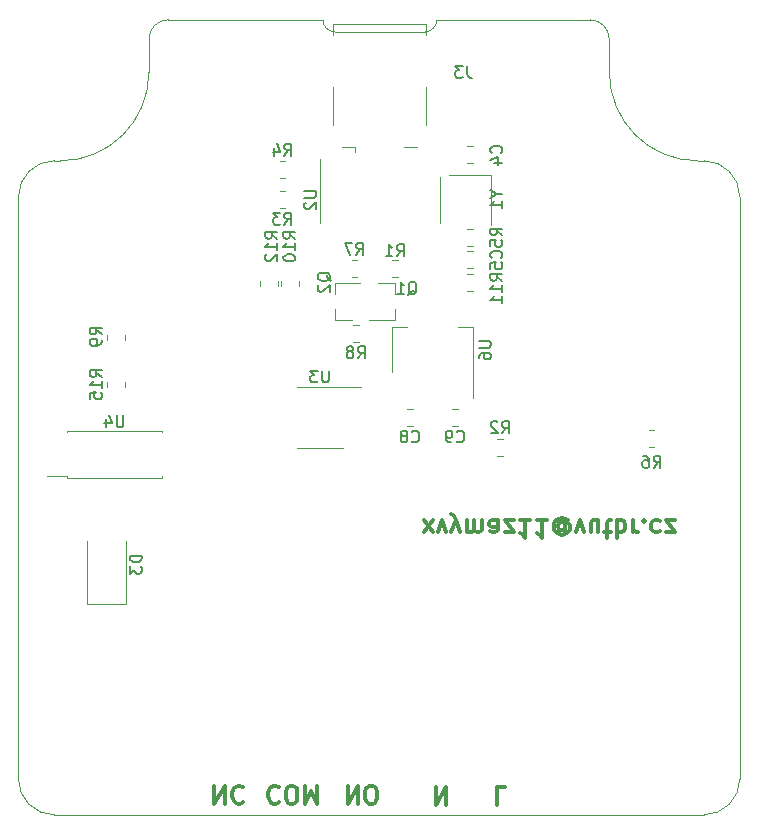
<source format=gbr>
%TF.GenerationSoftware,KiCad,Pcbnew,(5.1.7)-1*%
%TF.CreationDate,2020-11-03T18:18:40+01:00*%
%TF.ProjectId,Temperature-controller-with-ESP8266,54656d70-6572-4617-9475-72652d636f6e,rev?*%
%TF.SameCoordinates,Original*%
%TF.FileFunction,Legend,Bot*%
%TF.FilePolarity,Positive*%
%FSLAX46Y46*%
G04 Gerber Fmt 4.6, Leading zero omitted, Abs format (unit mm)*
G04 Created by KiCad (PCBNEW (5.1.7)-1) date 2020-11-03 18:18:40*
%MOMM*%
%LPD*%
G01*
G04 APERTURE LIST*
%ADD10C,0.300000*%
%TA.AperFunction,Profile*%
%ADD11C,0.050000*%
%TD*%
%ADD12C,0.120000*%
%ADD13C,0.150000*%
G04 APERTURE END LIST*
D10*
X118008142Y-96095428D02*
X118793857Y-97095428D01*
X118008142Y-97095428D02*
X118793857Y-96095428D01*
X119222428Y-97095428D02*
X119579571Y-96095428D01*
X119936714Y-97095428D01*
X120365285Y-97095428D02*
X120722428Y-96095428D01*
X121079571Y-97095428D02*
X120722428Y-96095428D01*
X120579571Y-95738285D01*
X120508142Y-95666857D01*
X120365285Y-95595428D01*
X121651000Y-96095428D02*
X121651000Y-97095428D01*
X121651000Y-96952571D02*
X121722428Y-97024000D01*
X121865285Y-97095428D01*
X122079571Y-97095428D01*
X122222428Y-97024000D01*
X122293857Y-96881142D01*
X122293857Y-96095428D01*
X122293857Y-96881142D02*
X122365285Y-97024000D01*
X122508142Y-97095428D01*
X122722428Y-97095428D01*
X122865285Y-97024000D01*
X122936714Y-96881142D01*
X122936714Y-96095428D01*
X124293857Y-96095428D02*
X124293857Y-96881142D01*
X124222428Y-97024000D01*
X124079571Y-97095428D01*
X123793857Y-97095428D01*
X123650999Y-97024000D01*
X124293857Y-96166857D02*
X124150999Y-96095428D01*
X123793857Y-96095428D01*
X123650999Y-96166857D01*
X123579571Y-96309714D01*
X123579571Y-96452571D01*
X123650999Y-96595428D01*
X123793857Y-96666857D01*
X124150999Y-96666857D01*
X124293857Y-96738285D01*
X124865285Y-97095428D02*
X125650999Y-97095428D01*
X124865285Y-96095428D01*
X125650999Y-96095428D01*
X127008142Y-96095428D02*
X126150999Y-96095428D01*
X126579571Y-96095428D02*
X126579571Y-97595428D01*
X126436714Y-97381142D01*
X126293857Y-97238285D01*
X126150999Y-97166857D01*
X128436714Y-96095428D02*
X127579571Y-96095428D01*
X128008142Y-96095428D02*
X128008142Y-97595428D01*
X127865285Y-97381142D01*
X127722428Y-97238285D01*
X127579571Y-97166857D01*
X130008142Y-96809714D02*
X129936714Y-96881142D01*
X129793857Y-96952571D01*
X129651000Y-96952571D01*
X129508142Y-96881142D01*
X129436714Y-96809714D01*
X129365285Y-96666857D01*
X129365285Y-96524000D01*
X129436714Y-96381142D01*
X129508142Y-96309714D01*
X129651000Y-96238285D01*
X129793857Y-96238285D01*
X129936714Y-96309714D01*
X130008142Y-96381142D01*
X130008142Y-96952571D02*
X130008142Y-96381142D01*
X130079571Y-96309714D01*
X130151000Y-96309714D01*
X130293857Y-96381142D01*
X130365285Y-96524000D01*
X130365285Y-96881142D01*
X130222428Y-97095428D01*
X130008142Y-97238285D01*
X129722428Y-97309714D01*
X129436714Y-97238285D01*
X129222428Y-97095428D01*
X129079571Y-96881142D01*
X129008142Y-96595428D01*
X129079571Y-96309714D01*
X129222428Y-96095428D01*
X129436714Y-95952571D01*
X129722428Y-95881142D01*
X130008142Y-95952571D01*
X130222428Y-96095428D01*
X130865285Y-97095428D02*
X131222428Y-96095428D01*
X131579571Y-97095428D01*
X132793857Y-97095428D02*
X132793857Y-96095428D01*
X132151000Y-97095428D02*
X132151000Y-96309714D01*
X132222428Y-96166857D01*
X132365285Y-96095428D01*
X132579571Y-96095428D01*
X132722428Y-96166857D01*
X132793857Y-96238285D01*
X133293857Y-97095428D02*
X133865285Y-97095428D01*
X133508142Y-97595428D02*
X133508142Y-96309714D01*
X133579571Y-96166857D01*
X133722428Y-96095428D01*
X133865285Y-96095428D01*
X134365285Y-96095428D02*
X134365285Y-97595428D01*
X134365285Y-97024000D02*
X134508142Y-97095428D01*
X134793857Y-97095428D01*
X134936714Y-97024000D01*
X135008142Y-96952571D01*
X135079571Y-96809714D01*
X135079571Y-96381142D01*
X135008142Y-96238285D01*
X134936714Y-96166857D01*
X134793857Y-96095428D01*
X134508142Y-96095428D01*
X134365285Y-96166857D01*
X135722428Y-96095428D02*
X135722428Y-97095428D01*
X135722428Y-96809714D02*
X135793857Y-96952571D01*
X135865285Y-97024000D01*
X136008142Y-97095428D01*
X136151000Y-97095428D01*
X136651000Y-96238285D02*
X136722428Y-96166857D01*
X136651000Y-96095428D01*
X136579571Y-96166857D01*
X136651000Y-96238285D01*
X136651000Y-96095428D01*
X138008142Y-96166857D02*
X137865285Y-96095428D01*
X137579571Y-96095428D01*
X137436714Y-96166857D01*
X137365285Y-96238285D01*
X137293857Y-96381142D01*
X137293857Y-96809714D01*
X137365285Y-96952571D01*
X137436714Y-97024000D01*
X137579571Y-97095428D01*
X137865285Y-97095428D01*
X138008142Y-97024000D01*
X138508142Y-97095428D02*
X139293857Y-97095428D01*
X138508142Y-96095428D01*
X139293857Y-96095428D01*
X105755428Y-118717285D02*
X105684000Y-118645857D01*
X105469714Y-118574428D01*
X105326857Y-118574428D01*
X105112571Y-118645857D01*
X104969714Y-118788714D01*
X104898285Y-118931571D01*
X104826857Y-119217285D01*
X104826857Y-119431571D01*
X104898285Y-119717285D01*
X104969714Y-119860142D01*
X105112571Y-120003000D01*
X105326857Y-120074428D01*
X105469714Y-120074428D01*
X105684000Y-120003000D01*
X105755428Y-119931571D01*
X106684000Y-120074428D02*
X106969714Y-120074428D01*
X107112571Y-120003000D01*
X107255428Y-119860142D01*
X107326857Y-119574428D01*
X107326857Y-119074428D01*
X107255428Y-118788714D01*
X107112571Y-118645857D01*
X106969714Y-118574428D01*
X106684000Y-118574428D01*
X106541142Y-118645857D01*
X106398285Y-118788714D01*
X106326857Y-119074428D01*
X106326857Y-119574428D01*
X106398285Y-119860142D01*
X106541142Y-120003000D01*
X106684000Y-120074428D01*
X107969714Y-118574428D02*
X107969714Y-120074428D01*
X108469714Y-119003000D01*
X108969714Y-120074428D01*
X108969714Y-118574428D01*
X100294428Y-118574428D02*
X100294428Y-120074428D01*
X101151571Y-118574428D01*
X101151571Y-120074428D01*
X102723000Y-118717285D02*
X102651571Y-118645857D01*
X102437285Y-118574428D01*
X102294428Y-118574428D01*
X102080142Y-118645857D01*
X101937285Y-118788714D01*
X101865857Y-118931571D01*
X101794428Y-119217285D01*
X101794428Y-119431571D01*
X101865857Y-119717285D01*
X101937285Y-119860142D01*
X102080142Y-120003000D01*
X102294428Y-120074428D01*
X102437285Y-120074428D01*
X102651571Y-120003000D01*
X102723000Y-119931571D01*
X111561714Y-118574428D02*
X111561714Y-120074428D01*
X112418857Y-118574428D01*
X112418857Y-120074428D01*
X113418857Y-120074428D02*
X113704571Y-120074428D01*
X113847428Y-120003000D01*
X113990285Y-119860142D01*
X114061714Y-119574428D01*
X114061714Y-119074428D01*
X113990285Y-118788714D01*
X113847428Y-118645857D01*
X113704571Y-118574428D01*
X113418857Y-118574428D01*
X113276000Y-118645857D01*
X113133142Y-118788714D01*
X113061714Y-119074428D01*
X113061714Y-119574428D01*
X113133142Y-119860142D01*
X113276000Y-120003000D01*
X113418857Y-120074428D01*
X124924285Y-118701428D02*
X124210000Y-118701428D01*
X124210000Y-120201428D01*
X119078428Y-118701428D02*
X119078428Y-120201428D01*
X119935571Y-118701428D01*
X119935571Y-120201428D01*
D11*
X119126000Y-53721000D02*
X132080000Y-53721000D01*
X119126000Y-53721000D02*
G75*
G02*
X118110000Y-54737000I-1016000J0D01*
G01*
X109474000Y-53721000D02*
G75*
G03*
X110490000Y-54737000I1016000J0D01*
G01*
X118110000Y-54737000D02*
X110490000Y-54737000D01*
X86741000Y-121031000D02*
G75*
G02*
X83693000Y-117983000I0J3048000D01*
G01*
X144780000Y-117983000D02*
G75*
G02*
X141732000Y-121031000I-3048000J0D01*
G01*
X83693000Y-68707000D02*
G75*
G02*
X86741000Y-65659000I3048000J0D01*
G01*
X94742000Y-58166000D02*
G75*
G02*
X87249000Y-65659000I-7493000J0D01*
G01*
X83693000Y-68707000D02*
X83693000Y-69215000D01*
X86741000Y-65659000D02*
X87249000Y-65659000D01*
X94742000Y-55372000D02*
G75*
G02*
X96393000Y-53721000I1651000J0D01*
G01*
X132080000Y-53721000D02*
G75*
G02*
X133731000Y-55372000I0J-1651000D01*
G01*
X144780000Y-117983000D02*
X144780000Y-68707000D01*
X141732000Y-65659000D02*
G75*
G02*
X144780000Y-68707000I0J-3048000D01*
G01*
X141224000Y-65659000D02*
G75*
G02*
X133731000Y-58166000I0J7493000D01*
G01*
X141732000Y-65659000D02*
X141224000Y-65659000D01*
X133731000Y-55372000D02*
X133731000Y-58166000D01*
X94742000Y-55372000D02*
X94742000Y-58166000D01*
X96393000Y-53721000D02*
X109474000Y-53721000D01*
X86741000Y-121031000D02*
X141732000Y-121031000D01*
X83693000Y-117983000D02*
X83693000Y-69215000D01*
D12*
%TO.C,Q2*%
X110492000Y-79177000D02*
X110492000Y-78247000D01*
X110492000Y-76017000D02*
X110492000Y-76947000D01*
X110492000Y-76017000D02*
X112652000Y-76017000D01*
X110492000Y-79177000D02*
X111952000Y-79177000D01*
%TO.C,Q1*%
X115568000Y-76017000D02*
X115568000Y-76947000D01*
X115568000Y-79177000D02*
X115568000Y-78247000D01*
X115568000Y-79177000D02*
X113408000Y-79177000D01*
X115568000Y-76017000D02*
X114108000Y-76017000D01*
%TO.C,R12*%
X107415000Y-75845936D02*
X107415000Y-76300064D01*
X105945000Y-75845936D02*
X105945000Y-76300064D01*
%TO.C,R10*%
X104167000Y-76300064D02*
X104167000Y-75845936D01*
X105637000Y-76300064D02*
X105637000Y-75845936D01*
%TO.C,R9*%
X92683000Y-80872064D02*
X92683000Y-80417936D01*
X91213000Y-80872064D02*
X91213000Y-80417936D01*
%TO.C,U3*%
X109220000Y-89936000D02*
X107270000Y-89936000D01*
X109220000Y-89936000D02*
X111170000Y-89936000D01*
X109220000Y-84816000D02*
X107270000Y-84816000D01*
X109220000Y-84816000D02*
X112670000Y-84816000D01*
%TO.C,U6*%
X115335000Y-79751000D02*
X116595000Y-79751000D01*
X122155000Y-79751000D02*
X120895000Y-79751000D01*
X115335000Y-83511000D02*
X115335000Y-79751000D01*
X122155000Y-85761000D02*
X122155000Y-79751000D01*
%TO.C,Y1*%
X120170000Y-66861000D02*
X123670000Y-66861000D01*
X123670000Y-66861000D02*
X123670000Y-71061000D01*
%TO.C,C8*%
X116578748Y-88111000D02*
X117101252Y-88111000D01*
X116578748Y-86641000D02*
X117101252Y-86641000D01*
%TO.C,J3*%
X118184600Y-54051200D02*
X110364600Y-54051200D01*
X112164600Y-64522400D02*
X112164600Y-64952400D01*
X118186200Y-55041800D02*
X118186200Y-54051200D01*
X118184600Y-59372400D02*
X118184600Y-62602400D01*
X116384600Y-64522400D02*
X117464600Y-64522400D01*
X111084600Y-64522400D02*
X112164600Y-64522400D01*
X110364600Y-59372400D02*
X110364600Y-62602400D01*
X110364600Y-54991000D02*
X110364600Y-54051200D01*
%TO.C,R1*%
X115342936Y-75538000D02*
X115797064Y-75538000D01*
X115342936Y-74068000D02*
X115797064Y-74068000D01*
%TO.C,C4*%
X121658748Y-65886000D02*
X122181252Y-65886000D01*
X121658748Y-64416000D02*
X122181252Y-64416000D01*
%TO.C,C5*%
X121658748Y-72871000D02*
X122181252Y-72871000D01*
X121658748Y-71401000D02*
X122181252Y-71401000D01*
%TO.C,C9*%
X120388748Y-88111000D02*
X120911252Y-88111000D01*
X120388748Y-86641000D02*
X120911252Y-86641000D01*
%TO.C,D3*%
X92836000Y-103222000D02*
X89536000Y-103222000D01*
X89536000Y-103222000D02*
X89536000Y-97822000D01*
X92836000Y-103222000D02*
X92836000Y-97822000D01*
%TO.C,R2*%
X124687064Y-89181000D02*
X124232936Y-89181000D01*
X124687064Y-90651000D02*
X124232936Y-90651000D01*
%TO.C,R3*%
X105817936Y-69696000D02*
X106272064Y-69696000D01*
X105817936Y-68226000D02*
X106272064Y-68226000D01*
%TO.C,R4*%
X105817936Y-67156000D02*
X106272064Y-67156000D01*
X105817936Y-65686000D02*
X106272064Y-65686000D01*
%TO.C,R5*%
X122147064Y-73306000D02*
X121692936Y-73306000D01*
X122147064Y-74776000D02*
X121692936Y-74776000D01*
%TO.C,R6*%
X137537564Y-88419000D02*
X137083436Y-88419000D01*
X137537564Y-89889000D02*
X137083436Y-89889000D01*
%TO.C,R7*%
X112368064Y-74068000D02*
X111913936Y-74068000D01*
X112368064Y-75538000D02*
X111913936Y-75538000D01*
%TO.C,R8*%
X112040936Y-80999000D02*
X112495064Y-80999000D01*
X112040936Y-79529000D02*
X112495064Y-79529000D01*
%TO.C,R11*%
X121692936Y-76681000D02*
X122147064Y-76681000D01*
X121692936Y-75211000D02*
X122147064Y-75211000D01*
%TO.C,R15*%
X92683000Y-84809064D02*
X92683000Y-84354936D01*
X91213000Y-84809064D02*
X91213000Y-84354936D01*
%TO.C,U2*%
X119360000Y-68961000D02*
X119360000Y-70911000D01*
X119360000Y-68961000D02*
X119360000Y-67011000D01*
X109240000Y-68961000D02*
X109240000Y-70911000D01*
X109240000Y-68961000D02*
X109240000Y-65511000D01*
%TO.C,U4*%
X87821000Y-92350200D02*
X86121000Y-92350200D01*
X95821000Y-88650200D02*
X95821000Y-88500200D01*
X95821000Y-88500200D02*
X87821000Y-88500200D01*
X87821000Y-88500200D02*
X87821000Y-88650200D01*
X87821000Y-92350200D02*
X87821000Y-92500200D01*
X87821000Y-92500200D02*
X95821000Y-92500200D01*
X95821000Y-92500200D02*
X95821000Y-92350200D01*
%TD*%
%TO.C,Q2*%
D13*
X110148619Y-75850761D02*
X110101000Y-75755523D01*
X110005761Y-75660285D01*
X109862904Y-75517428D01*
X109815285Y-75422190D01*
X109815285Y-75326952D01*
X110053380Y-75374571D02*
X110005761Y-75279333D01*
X109910523Y-75184095D01*
X109720047Y-75136476D01*
X109386714Y-75136476D01*
X109196238Y-75184095D01*
X109101000Y-75279333D01*
X109053380Y-75374571D01*
X109053380Y-75565047D01*
X109101000Y-75660285D01*
X109196238Y-75755523D01*
X109386714Y-75803142D01*
X109720047Y-75803142D01*
X109910523Y-75755523D01*
X110005761Y-75660285D01*
X110053380Y-75565047D01*
X110053380Y-75374571D01*
X109148619Y-76184095D02*
X109101000Y-76231714D01*
X109053380Y-76326952D01*
X109053380Y-76565047D01*
X109101000Y-76660285D01*
X109148619Y-76707904D01*
X109243857Y-76755523D01*
X109339095Y-76755523D01*
X109481952Y-76707904D01*
X110053380Y-76136476D01*
X110053380Y-76755523D01*
%TO.C,Q1*%
X116681238Y-77001619D02*
X116776476Y-76954000D01*
X116871714Y-76858761D01*
X117014571Y-76715904D01*
X117109809Y-76668285D01*
X117205047Y-76668285D01*
X117157428Y-76906380D02*
X117252666Y-76858761D01*
X117347904Y-76763523D01*
X117395523Y-76573047D01*
X117395523Y-76239714D01*
X117347904Y-76049238D01*
X117252666Y-75954000D01*
X117157428Y-75906380D01*
X116966952Y-75906380D01*
X116871714Y-75954000D01*
X116776476Y-76049238D01*
X116728857Y-76239714D01*
X116728857Y-76573047D01*
X116776476Y-76763523D01*
X116871714Y-76858761D01*
X116966952Y-76906380D01*
X117157428Y-76906380D01*
X115776476Y-76906380D02*
X116347904Y-76906380D01*
X116062190Y-76906380D02*
X116062190Y-75906380D01*
X116157428Y-76049238D01*
X116252666Y-76144476D01*
X116347904Y-76192095D01*
%TO.C,R12*%
X105608380Y-72255142D02*
X105132190Y-71921809D01*
X105608380Y-71683714D02*
X104608380Y-71683714D01*
X104608380Y-72064666D01*
X104656000Y-72159904D01*
X104703619Y-72207523D01*
X104798857Y-72255142D01*
X104941714Y-72255142D01*
X105036952Y-72207523D01*
X105084571Y-72159904D01*
X105132190Y-72064666D01*
X105132190Y-71683714D01*
X105608380Y-73207523D02*
X105608380Y-72636095D01*
X105608380Y-72921809D02*
X104608380Y-72921809D01*
X104751238Y-72826571D01*
X104846476Y-72731333D01*
X104894095Y-72636095D01*
X104703619Y-73588476D02*
X104656000Y-73636095D01*
X104608380Y-73731333D01*
X104608380Y-73969428D01*
X104656000Y-74064666D01*
X104703619Y-74112285D01*
X104798857Y-74159904D01*
X104894095Y-74159904D01*
X105036952Y-74112285D01*
X105608380Y-73540857D01*
X105608380Y-74159904D01*
%TO.C,R10*%
X107132380Y-72255142D02*
X106656190Y-71921809D01*
X107132380Y-71683714D02*
X106132380Y-71683714D01*
X106132380Y-72064666D01*
X106180000Y-72159904D01*
X106227619Y-72207523D01*
X106322857Y-72255142D01*
X106465714Y-72255142D01*
X106560952Y-72207523D01*
X106608571Y-72159904D01*
X106656190Y-72064666D01*
X106656190Y-71683714D01*
X107132380Y-73207523D02*
X107132380Y-72636095D01*
X107132380Y-72921809D02*
X106132380Y-72921809D01*
X106275238Y-72826571D01*
X106370476Y-72731333D01*
X106418095Y-72636095D01*
X106132380Y-73826571D02*
X106132380Y-73921809D01*
X106180000Y-74017047D01*
X106227619Y-74064666D01*
X106322857Y-74112285D01*
X106513333Y-74159904D01*
X106751428Y-74159904D01*
X106941904Y-74112285D01*
X107037142Y-74064666D01*
X107084761Y-74017047D01*
X107132380Y-73921809D01*
X107132380Y-73826571D01*
X107084761Y-73731333D01*
X107037142Y-73683714D01*
X106941904Y-73636095D01*
X106751428Y-73588476D01*
X106513333Y-73588476D01*
X106322857Y-73636095D01*
X106227619Y-73683714D01*
X106180000Y-73731333D01*
X106132380Y-73826571D01*
%TO.C,R9*%
X90749380Y-80351333D02*
X90273190Y-80018000D01*
X90749380Y-79779904D02*
X89749380Y-79779904D01*
X89749380Y-80160857D01*
X89797000Y-80256095D01*
X89844619Y-80303714D01*
X89939857Y-80351333D01*
X90082714Y-80351333D01*
X90177952Y-80303714D01*
X90225571Y-80256095D01*
X90273190Y-80160857D01*
X90273190Y-79779904D01*
X90749380Y-80827523D02*
X90749380Y-81018000D01*
X90701761Y-81113238D01*
X90654142Y-81160857D01*
X90511285Y-81256095D01*
X90320809Y-81303714D01*
X89939857Y-81303714D01*
X89844619Y-81256095D01*
X89797000Y-81208476D01*
X89749380Y-81113238D01*
X89749380Y-80922761D01*
X89797000Y-80827523D01*
X89844619Y-80779904D01*
X89939857Y-80732285D01*
X90177952Y-80732285D01*
X90273190Y-80779904D01*
X90320809Y-80827523D01*
X90368428Y-80922761D01*
X90368428Y-81113238D01*
X90320809Y-81208476D01*
X90273190Y-81256095D01*
X90177952Y-81303714D01*
%TO.C,U3*%
X109981904Y-83428380D02*
X109981904Y-84237904D01*
X109934285Y-84333142D01*
X109886666Y-84380761D01*
X109791428Y-84428380D01*
X109600952Y-84428380D01*
X109505714Y-84380761D01*
X109458095Y-84333142D01*
X109410476Y-84237904D01*
X109410476Y-83428380D01*
X109029523Y-83428380D02*
X108410476Y-83428380D01*
X108743809Y-83809333D01*
X108600952Y-83809333D01*
X108505714Y-83856952D01*
X108458095Y-83904571D01*
X108410476Y-83999809D01*
X108410476Y-84237904D01*
X108458095Y-84333142D01*
X108505714Y-84380761D01*
X108600952Y-84428380D01*
X108886666Y-84428380D01*
X108981904Y-84380761D01*
X109029523Y-84333142D01*
%TO.C,U6*%
X122697380Y-80899095D02*
X123506904Y-80899095D01*
X123602142Y-80946714D01*
X123649761Y-80994333D01*
X123697380Y-81089571D01*
X123697380Y-81280047D01*
X123649761Y-81375285D01*
X123602142Y-81422904D01*
X123506904Y-81470523D01*
X122697380Y-81470523D01*
X122697380Y-82375285D02*
X122697380Y-82184809D01*
X122745000Y-82089571D01*
X122792619Y-82041952D01*
X122935476Y-81946714D01*
X123125952Y-81899095D01*
X123506904Y-81899095D01*
X123602142Y-81946714D01*
X123649761Y-81994333D01*
X123697380Y-82089571D01*
X123697380Y-82280047D01*
X123649761Y-82375285D01*
X123602142Y-82422904D01*
X123506904Y-82470523D01*
X123268809Y-82470523D01*
X123173571Y-82422904D01*
X123125952Y-82375285D01*
X123078333Y-82280047D01*
X123078333Y-82089571D01*
X123125952Y-81994333D01*
X123173571Y-81946714D01*
X123268809Y-81899095D01*
%TO.C,Y1*%
X124182190Y-68484809D02*
X124658380Y-68484809D01*
X123658380Y-68151476D02*
X124182190Y-68484809D01*
X123658380Y-68818142D01*
X124658380Y-69675285D02*
X124658380Y-69103857D01*
X124658380Y-69389571D02*
X123658380Y-69389571D01*
X123801238Y-69294333D01*
X123896476Y-69199095D01*
X123944095Y-69103857D01*
%TO.C,C8*%
X117006666Y-89413142D02*
X117054285Y-89460761D01*
X117197142Y-89508380D01*
X117292380Y-89508380D01*
X117435238Y-89460761D01*
X117530476Y-89365523D01*
X117578095Y-89270285D01*
X117625714Y-89079809D01*
X117625714Y-88936952D01*
X117578095Y-88746476D01*
X117530476Y-88651238D01*
X117435238Y-88556000D01*
X117292380Y-88508380D01*
X117197142Y-88508380D01*
X117054285Y-88556000D01*
X117006666Y-88603619D01*
X116435238Y-88936952D02*
X116530476Y-88889333D01*
X116578095Y-88841714D01*
X116625714Y-88746476D01*
X116625714Y-88698857D01*
X116578095Y-88603619D01*
X116530476Y-88556000D01*
X116435238Y-88508380D01*
X116244761Y-88508380D01*
X116149523Y-88556000D01*
X116101904Y-88603619D01*
X116054285Y-88698857D01*
X116054285Y-88746476D01*
X116101904Y-88841714D01*
X116149523Y-88889333D01*
X116244761Y-88936952D01*
X116435238Y-88936952D01*
X116530476Y-88984571D01*
X116578095Y-89032190D01*
X116625714Y-89127428D01*
X116625714Y-89317904D01*
X116578095Y-89413142D01*
X116530476Y-89460761D01*
X116435238Y-89508380D01*
X116244761Y-89508380D01*
X116149523Y-89460761D01*
X116101904Y-89413142D01*
X116054285Y-89317904D01*
X116054285Y-89127428D01*
X116101904Y-89032190D01*
X116149523Y-88984571D01*
X116244761Y-88936952D01*
%TO.C,J3*%
X121679690Y-57618380D02*
X121679690Y-58332666D01*
X121727309Y-58475523D01*
X121822547Y-58570761D01*
X121965404Y-58618380D01*
X122060642Y-58618380D01*
X121298738Y-57618380D02*
X120679690Y-57618380D01*
X121013023Y-57999333D01*
X120870166Y-57999333D01*
X120774928Y-58046952D01*
X120727309Y-58094571D01*
X120679690Y-58189809D01*
X120679690Y-58427904D01*
X120727309Y-58523142D01*
X120774928Y-58570761D01*
X120870166Y-58618380D01*
X121155880Y-58618380D01*
X121251119Y-58570761D01*
X121298738Y-58523142D01*
%TO.C,R1*%
X115736666Y-73731380D02*
X116070000Y-73255190D01*
X116308095Y-73731380D02*
X116308095Y-72731380D01*
X115927142Y-72731380D01*
X115831904Y-72779000D01*
X115784285Y-72826619D01*
X115736666Y-72921857D01*
X115736666Y-73064714D01*
X115784285Y-73159952D01*
X115831904Y-73207571D01*
X115927142Y-73255190D01*
X116308095Y-73255190D01*
X114784285Y-73731380D02*
X115355714Y-73731380D01*
X115070000Y-73731380D02*
X115070000Y-72731380D01*
X115165238Y-72874238D01*
X115260476Y-72969476D01*
X115355714Y-73017095D01*
%TO.C,C4*%
X124563142Y-64984333D02*
X124610761Y-64936714D01*
X124658380Y-64793857D01*
X124658380Y-64698619D01*
X124610761Y-64555761D01*
X124515523Y-64460523D01*
X124420285Y-64412904D01*
X124229809Y-64365285D01*
X124086952Y-64365285D01*
X123896476Y-64412904D01*
X123801238Y-64460523D01*
X123706000Y-64555761D01*
X123658380Y-64698619D01*
X123658380Y-64793857D01*
X123706000Y-64936714D01*
X123753619Y-64984333D01*
X123991714Y-65841476D02*
X124658380Y-65841476D01*
X123610761Y-65603380D02*
X124325047Y-65365285D01*
X124325047Y-65984333D01*
%TO.C,C5*%
X124563142Y-73874333D02*
X124610761Y-73826714D01*
X124658380Y-73683857D01*
X124658380Y-73588619D01*
X124610761Y-73445761D01*
X124515523Y-73350523D01*
X124420285Y-73302904D01*
X124229809Y-73255285D01*
X124086952Y-73255285D01*
X123896476Y-73302904D01*
X123801238Y-73350523D01*
X123706000Y-73445761D01*
X123658380Y-73588619D01*
X123658380Y-73683857D01*
X123706000Y-73826714D01*
X123753619Y-73874333D01*
X123658380Y-74779095D02*
X123658380Y-74302904D01*
X124134571Y-74255285D01*
X124086952Y-74302904D01*
X124039333Y-74398142D01*
X124039333Y-74636238D01*
X124086952Y-74731476D01*
X124134571Y-74779095D01*
X124229809Y-74826714D01*
X124467904Y-74826714D01*
X124563142Y-74779095D01*
X124610761Y-74731476D01*
X124658380Y-74636238D01*
X124658380Y-74398142D01*
X124610761Y-74302904D01*
X124563142Y-74255285D01*
%TO.C,C9*%
X120816666Y-89413142D02*
X120864285Y-89460761D01*
X121007142Y-89508380D01*
X121102380Y-89508380D01*
X121245238Y-89460761D01*
X121340476Y-89365523D01*
X121388095Y-89270285D01*
X121435714Y-89079809D01*
X121435714Y-88936952D01*
X121388095Y-88746476D01*
X121340476Y-88651238D01*
X121245238Y-88556000D01*
X121102380Y-88508380D01*
X121007142Y-88508380D01*
X120864285Y-88556000D01*
X120816666Y-88603619D01*
X120340476Y-89508380D02*
X120150000Y-89508380D01*
X120054761Y-89460761D01*
X120007142Y-89413142D01*
X119911904Y-89270285D01*
X119864285Y-89079809D01*
X119864285Y-88698857D01*
X119911904Y-88603619D01*
X119959523Y-88556000D01*
X120054761Y-88508380D01*
X120245238Y-88508380D01*
X120340476Y-88556000D01*
X120388095Y-88603619D01*
X120435714Y-88698857D01*
X120435714Y-88936952D01*
X120388095Y-89032190D01*
X120340476Y-89079809D01*
X120245238Y-89127428D01*
X120054761Y-89127428D01*
X119959523Y-89079809D01*
X119911904Y-89032190D01*
X119864285Y-88936952D01*
%TO.C,D3*%
X94138380Y-99083904D02*
X93138380Y-99083904D01*
X93138380Y-99322000D01*
X93186000Y-99464857D01*
X93281238Y-99560095D01*
X93376476Y-99607714D01*
X93566952Y-99655333D01*
X93709809Y-99655333D01*
X93900285Y-99607714D01*
X93995523Y-99560095D01*
X94090761Y-99464857D01*
X94138380Y-99322000D01*
X94138380Y-99083904D01*
X93138380Y-99988666D02*
X93138380Y-100607714D01*
X93519333Y-100274380D01*
X93519333Y-100417238D01*
X93566952Y-100512476D01*
X93614571Y-100560095D01*
X93709809Y-100607714D01*
X93947904Y-100607714D01*
X94043142Y-100560095D01*
X94090761Y-100512476D01*
X94138380Y-100417238D01*
X94138380Y-100131523D01*
X94090761Y-100036285D01*
X94043142Y-99988666D01*
%TO.C,R2*%
X124626666Y-88718380D02*
X124960000Y-88242190D01*
X125198095Y-88718380D02*
X125198095Y-87718380D01*
X124817142Y-87718380D01*
X124721904Y-87766000D01*
X124674285Y-87813619D01*
X124626666Y-87908857D01*
X124626666Y-88051714D01*
X124674285Y-88146952D01*
X124721904Y-88194571D01*
X124817142Y-88242190D01*
X125198095Y-88242190D01*
X124245714Y-87813619D02*
X124198095Y-87766000D01*
X124102857Y-87718380D01*
X123864761Y-87718380D01*
X123769523Y-87766000D01*
X123721904Y-87813619D01*
X123674285Y-87908857D01*
X123674285Y-88004095D01*
X123721904Y-88146952D01*
X124293333Y-88718380D01*
X123674285Y-88718380D01*
%TO.C,R3*%
X106211666Y-71063380D02*
X106545000Y-70587190D01*
X106783095Y-71063380D02*
X106783095Y-70063380D01*
X106402142Y-70063380D01*
X106306904Y-70111000D01*
X106259285Y-70158619D01*
X106211666Y-70253857D01*
X106211666Y-70396714D01*
X106259285Y-70491952D01*
X106306904Y-70539571D01*
X106402142Y-70587190D01*
X106783095Y-70587190D01*
X105878333Y-70063380D02*
X105259285Y-70063380D01*
X105592619Y-70444333D01*
X105449761Y-70444333D01*
X105354523Y-70491952D01*
X105306904Y-70539571D01*
X105259285Y-70634809D01*
X105259285Y-70872904D01*
X105306904Y-70968142D01*
X105354523Y-71015761D01*
X105449761Y-71063380D01*
X105735476Y-71063380D01*
X105830714Y-71015761D01*
X105878333Y-70968142D01*
%TO.C,R4*%
X106211666Y-65222380D02*
X106545000Y-64746190D01*
X106783095Y-65222380D02*
X106783095Y-64222380D01*
X106402142Y-64222380D01*
X106306904Y-64270000D01*
X106259285Y-64317619D01*
X106211666Y-64412857D01*
X106211666Y-64555714D01*
X106259285Y-64650952D01*
X106306904Y-64698571D01*
X106402142Y-64746190D01*
X106783095Y-64746190D01*
X105354523Y-64555714D02*
X105354523Y-65222380D01*
X105592619Y-64174761D02*
X105830714Y-64889047D01*
X105211666Y-64889047D01*
%TO.C,R5*%
X124658380Y-71969333D02*
X124182190Y-71636000D01*
X124658380Y-71397904D02*
X123658380Y-71397904D01*
X123658380Y-71778857D01*
X123706000Y-71874095D01*
X123753619Y-71921714D01*
X123848857Y-71969333D01*
X123991714Y-71969333D01*
X124086952Y-71921714D01*
X124134571Y-71874095D01*
X124182190Y-71778857D01*
X124182190Y-71397904D01*
X123658380Y-72874095D02*
X123658380Y-72397904D01*
X124134571Y-72350285D01*
X124086952Y-72397904D01*
X124039333Y-72493142D01*
X124039333Y-72731238D01*
X124086952Y-72826476D01*
X124134571Y-72874095D01*
X124229809Y-72921714D01*
X124467904Y-72921714D01*
X124563142Y-72874095D01*
X124610761Y-72826476D01*
X124658380Y-72731238D01*
X124658380Y-72493142D01*
X124610761Y-72397904D01*
X124563142Y-72350285D01*
%TO.C,R6*%
X137477166Y-91638380D02*
X137810500Y-91162190D01*
X138048595Y-91638380D02*
X138048595Y-90638380D01*
X137667642Y-90638380D01*
X137572404Y-90686000D01*
X137524785Y-90733619D01*
X137477166Y-90828857D01*
X137477166Y-90971714D01*
X137524785Y-91066952D01*
X137572404Y-91114571D01*
X137667642Y-91162190D01*
X138048595Y-91162190D01*
X136620023Y-90638380D02*
X136810500Y-90638380D01*
X136905738Y-90686000D01*
X136953357Y-90733619D01*
X137048595Y-90876476D01*
X137096214Y-91066952D01*
X137096214Y-91447904D01*
X137048595Y-91543142D01*
X137000976Y-91590761D01*
X136905738Y-91638380D01*
X136715261Y-91638380D01*
X136620023Y-91590761D01*
X136572404Y-91543142D01*
X136524785Y-91447904D01*
X136524785Y-91209809D01*
X136572404Y-91114571D01*
X136620023Y-91066952D01*
X136715261Y-91019333D01*
X136905738Y-91019333D01*
X137000976Y-91066952D01*
X137048595Y-91114571D01*
X137096214Y-91209809D01*
%TO.C,R7*%
X112307666Y-73605380D02*
X112641000Y-73129190D01*
X112879095Y-73605380D02*
X112879095Y-72605380D01*
X112498142Y-72605380D01*
X112402904Y-72653000D01*
X112355285Y-72700619D01*
X112307666Y-72795857D01*
X112307666Y-72938714D01*
X112355285Y-73033952D01*
X112402904Y-73081571D01*
X112498142Y-73129190D01*
X112879095Y-73129190D01*
X111974333Y-72605380D02*
X111307666Y-72605380D01*
X111736238Y-73605380D01*
%TO.C,R8*%
X112434666Y-82366380D02*
X112768000Y-81890190D01*
X113006095Y-82366380D02*
X113006095Y-81366380D01*
X112625142Y-81366380D01*
X112529904Y-81414000D01*
X112482285Y-81461619D01*
X112434666Y-81556857D01*
X112434666Y-81699714D01*
X112482285Y-81794952D01*
X112529904Y-81842571D01*
X112625142Y-81890190D01*
X113006095Y-81890190D01*
X111863238Y-81794952D02*
X111958476Y-81747333D01*
X112006095Y-81699714D01*
X112053714Y-81604476D01*
X112053714Y-81556857D01*
X112006095Y-81461619D01*
X111958476Y-81414000D01*
X111863238Y-81366380D01*
X111672761Y-81366380D01*
X111577523Y-81414000D01*
X111529904Y-81461619D01*
X111482285Y-81556857D01*
X111482285Y-81604476D01*
X111529904Y-81699714D01*
X111577523Y-81747333D01*
X111672761Y-81794952D01*
X111863238Y-81794952D01*
X111958476Y-81842571D01*
X112006095Y-81890190D01*
X112053714Y-81985428D01*
X112053714Y-82175904D01*
X112006095Y-82271142D01*
X111958476Y-82318761D01*
X111863238Y-82366380D01*
X111672761Y-82366380D01*
X111577523Y-82318761D01*
X111529904Y-82271142D01*
X111482285Y-82175904D01*
X111482285Y-81985428D01*
X111529904Y-81890190D01*
X111577523Y-81842571D01*
X111672761Y-81794952D01*
%TO.C,R11*%
X124658380Y-75811142D02*
X124182190Y-75477809D01*
X124658380Y-75239714D02*
X123658380Y-75239714D01*
X123658380Y-75620666D01*
X123706000Y-75715904D01*
X123753619Y-75763523D01*
X123848857Y-75811142D01*
X123991714Y-75811142D01*
X124086952Y-75763523D01*
X124134571Y-75715904D01*
X124182190Y-75620666D01*
X124182190Y-75239714D01*
X124658380Y-76763523D02*
X124658380Y-76192095D01*
X124658380Y-76477809D02*
X123658380Y-76477809D01*
X123801238Y-76382571D01*
X123896476Y-76287333D01*
X123944095Y-76192095D01*
X124658380Y-77715904D02*
X124658380Y-77144476D01*
X124658380Y-77430190D02*
X123658380Y-77430190D01*
X123801238Y-77334952D01*
X123896476Y-77239714D01*
X123944095Y-77144476D01*
%TO.C,R15*%
X90749380Y-83939142D02*
X90273190Y-83605809D01*
X90749380Y-83367714D02*
X89749380Y-83367714D01*
X89749380Y-83748666D01*
X89797000Y-83843904D01*
X89844619Y-83891523D01*
X89939857Y-83939142D01*
X90082714Y-83939142D01*
X90177952Y-83891523D01*
X90225571Y-83843904D01*
X90273190Y-83748666D01*
X90273190Y-83367714D01*
X90749380Y-84891523D02*
X90749380Y-84320095D01*
X90749380Y-84605809D02*
X89749380Y-84605809D01*
X89892238Y-84510571D01*
X89987476Y-84415333D01*
X90035095Y-84320095D01*
X89749380Y-85796285D02*
X89749380Y-85320095D01*
X90225571Y-85272476D01*
X90177952Y-85320095D01*
X90130333Y-85415333D01*
X90130333Y-85653428D01*
X90177952Y-85748666D01*
X90225571Y-85796285D01*
X90320809Y-85843904D01*
X90558904Y-85843904D01*
X90654142Y-85796285D01*
X90701761Y-85748666D01*
X90749380Y-85653428D01*
X90749380Y-85415333D01*
X90701761Y-85320095D01*
X90654142Y-85272476D01*
%TO.C,U2*%
X107910380Y-68199095D02*
X108719904Y-68199095D01*
X108815142Y-68246714D01*
X108862761Y-68294333D01*
X108910380Y-68389571D01*
X108910380Y-68580047D01*
X108862761Y-68675285D01*
X108815142Y-68722904D01*
X108719904Y-68770523D01*
X107910380Y-68770523D01*
X108005619Y-69199095D02*
X107958000Y-69246714D01*
X107910380Y-69341952D01*
X107910380Y-69580047D01*
X107958000Y-69675285D01*
X108005619Y-69722904D01*
X108100857Y-69770523D01*
X108196095Y-69770523D01*
X108338952Y-69722904D01*
X108910380Y-69151476D01*
X108910380Y-69770523D01*
%TO.C,U4*%
X92582904Y-87209380D02*
X92582904Y-88018904D01*
X92535285Y-88114142D01*
X92487666Y-88161761D01*
X92392428Y-88209380D01*
X92201952Y-88209380D01*
X92106714Y-88161761D01*
X92059095Y-88114142D01*
X92011476Y-88018904D01*
X92011476Y-87209380D01*
X91106714Y-87542714D02*
X91106714Y-88209380D01*
X91344809Y-87161761D02*
X91582904Y-87876047D01*
X90963857Y-87876047D01*
%TD*%
M02*

</source>
